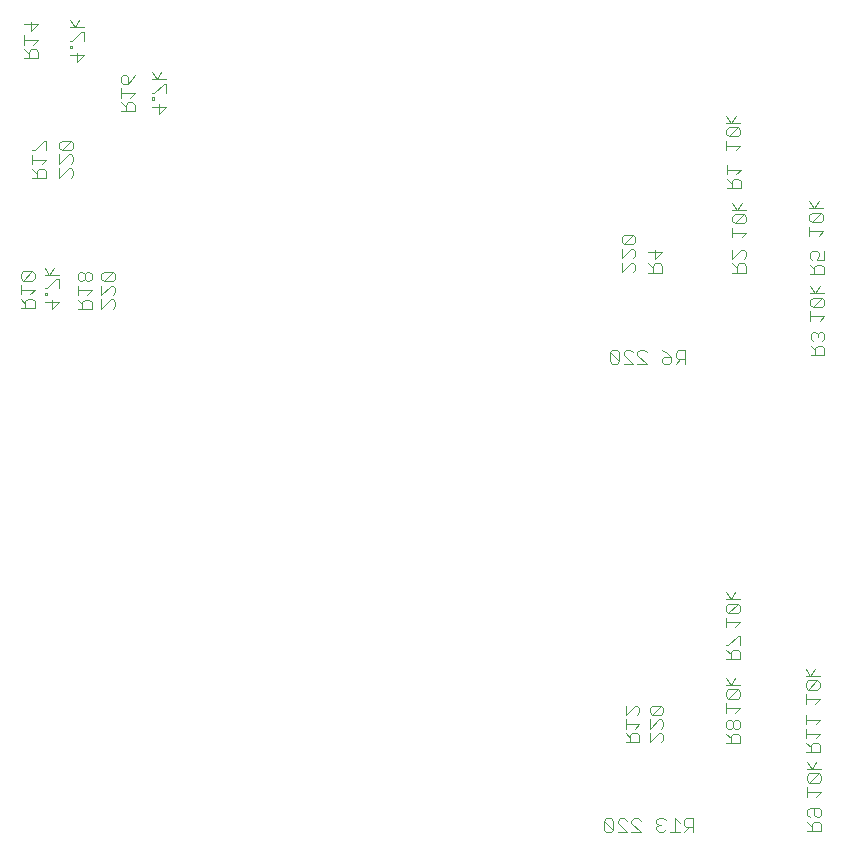
<source format=gbo>
G75*
%MOIN*%
%OFA0B0*%
%FSLAX25Y25*%
%IPPOS*%
%LPD*%
%AMOC8*
5,1,8,0,0,1.08239X$1,22.5*
%
%ADD10C,0.00400*%
D10*
X0256523Y0079267D02*
X0257290Y0078500D01*
X0258825Y0078500D01*
X0259592Y0079267D01*
X0256523Y0082337D01*
X0256523Y0079267D01*
X0259592Y0079267D02*
X0259592Y0082337D01*
X0258825Y0083104D01*
X0257290Y0083104D01*
X0256523Y0082337D01*
X0261127Y0082337D02*
X0261894Y0083104D01*
X0263429Y0083104D01*
X0264196Y0082337D01*
X0265731Y0082337D02*
X0266498Y0083104D01*
X0268033Y0083104D01*
X0268800Y0082337D01*
X0265731Y0082337D02*
X0265731Y0081569D01*
X0268800Y0078500D01*
X0265731Y0078500D01*
X0264196Y0078500D02*
X0261127Y0081569D01*
X0261127Y0082337D01*
X0261127Y0078500D02*
X0264196Y0078500D01*
X0274123Y0079367D02*
X0274890Y0078600D01*
X0276425Y0078600D01*
X0277192Y0079367D01*
X0278727Y0078600D02*
X0281796Y0078600D01*
X0280261Y0078600D02*
X0280261Y0083204D01*
X0281796Y0081669D01*
X0283331Y0080902D02*
X0284098Y0080135D01*
X0286400Y0080135D01*
X0284865Y0080135D02*
X0283331Y0078600D01*
X0283331Y0080902D02*
X0283331Y0082437D01*
X0284098Y0083204D01*
X0286400Y0083204D01*
X0286400Y0078600D01*
X0277192Y0082437D02*
X0276425Y0083204D01*
X0274890Y0083204D01*
X0274123Y0082437D01*
X0274123Y0081669D01*
X0274890Y0080902D01*
X0274123Y0080135D01*
X0274123Y0079367D01*
X0274890Y0080902D02*
X0275658Y0080902D01*
X0275637Y0108400D02*
X0276404Y0109167D01*
X0276404Y0110702D01*
X0275637Y0111469D01*
X0274869Y0111469D01*
X0271800Y0108400D01*
X0271800Y0111469D01*
X0271800Y0113004D02*
X0274869Y0116073D01*
X0275637Y0116073D01*
X0276404Y0115306D01*
X0276404Y0113771D01*
X0275637Y0113004D01*
X0271800Y0113004D02*
X0271800Y0116073D01*
X0272567Y0117608D02*
X0275637Y0120677D01*
X0272567Y0120677D01*
X0271800Y0119910D01*
X0271800Y0118375D01*
X0272567Y0117608D01*
X0275637Y0117608D01*
X0276404Y0118375D01*
X0276404Y0119910D01*
X0275637Y0120677D01*
X0268404Y0119910D02*
X0268404Y0118375D01*
X0267637Y0117608D01*
X0268404Y0119910D02*
X0267637Y0120677D01*
X0266869Y0120677D01*
X0263800Y0117608D01*
X0263800Y0120677D01*
X0263800Y0116073D02*
X0263800Y0113004D01*
X0263800Y0114539D02*
X0268404Y0114539D01*
X0266869Y0113004D01*
X0266102Y0111469D02*
X0265335Y0110702D01*
X0265335Y0108400D01*
X0265335Y0109935D02*
X0263800Y0111469D01*
X0266102Y0111469D02*
X0267637Y0111469D01*
X0268404Y0110702D01*
X0268404Y0108400D01*
X0263800Y0108400D01*
X0297300Y0108192D02*
X0301904Y0108192D01*
X0301904Y0110494D01*
X0301137Y0111261D01*
X0299602Y0111261D01*
X0298835Y0110494D01*
X0298835Y0108192D01*
X0298835Y0109727D02*
X0297300Y0111261D01*
X0298067Y0112796D02*
X0298835Y0112796D01*
X0299602Y0113563D01*
X0299602Y0115098D01*
X0298835Y0115865D01*
X0298067Y0115865D01*
X0297300Y0115098D01*
X0297300Y0113563D01*
X0298067Y0112796D01*
X0299602Y0113563D02*
X0300369Y0112796D01*
X0301137Y0112796D01*
X0301904Y0113563D01*
X0301904Y0115098D01*
X0301137Y0115865D01*
X0300369Y0115865D01*
X0299602Y0115098D01*
X0300369Y0118356D02*
X0301904Y0119890D01*
X0297300Y0119890D01*
X0297300Y0118356D02*
X0297300Y0121425D01*
X0298067Y0122959D02*
X0301137Y0126029D01*
X0298067Y0126029D01*
X0297300Y0125261D01*
X0297300Y0123727D01*
X0298067Y0122959D01*
X0301137Y0122959D01*
X0301904Y0123727D01*
X0301904Y0125261D01*
X0301137Y0126029D01*
X0301904Y0127563D02*
X0297300Y0127563D01*
X0298835Y0127563D02*
X0300369Y0129865D01*
X0298835Y0127563D02*
X0297300Y0129865D01*
X0297300Y0136192D02*
X0301904Y0136192D01*
X0301904Y0138494D01*
X0301137Y0139261D01*
X0299602Y0139261D01*
X0298835Y0138494D01*
X0298835Y0136192D01*
X0298835Y0137727D02*
X0297300Y0139261D01*
X0297300Y0140796D02*
X0298067Y0140796D01*
X0301137Y0143865D01*
X0301904Y0143865D01*
X0301904Y0140796D01*
X0300369Y0146856D02*
X0301904Y0148390D01*
X0297300Y0148390D01*
X0297300Y0146856D02*
X0297300Y0149925D01*
X0298067Y0151459D02*
X0301137Y0154529D01*
X0298067Y0154529D01*
X0297300Y0153761D01*
X0297300Y0152227D01*
X0298067Y0151459D01*
X0301137Y0151459D01*
X0301904Y0152227D01*
X0301904Y0153761D01*
X0301137Y0154529D01*
X0301904Y0156063D02*
X0297300Y0156063D01*
X0298835Y0156063D02*
X0300369Y0158365D01*
X0298835Y0156063D02*
X0297300Y0158365D01*
X0323900Y0132865D02*
X0325435Y0130563D01*
X0326969Y0132865D01*
X0328504Y0130563D02*
X0323900Y0130563D01*
X0324667Y0129029D02*
X0323900Y0128261D01*
X0323900Y0126727D01*
X0324667Y0125959D01*
X0327737Y0129029D01*
X0324667Y0129029D01*
X0324667Y0125959D02*
X0327737Y0125959D01*
X0328504Y0126727D01*
X0328504Y0128261D01*
X0327737Y0129029D01*
X0323900Y0124425D02*
X0323900Y0121356D01*
X0323900Y0122890D02*
X0328504Y0122890D01*
X0326969Y0121356D01*
X0324100Y0117465D02*
X0324100Y0114396D01*
X0324100Y0112861D02*
X0324100Y0109792D01*
X0324100Y0108257D02*
X0325635Y0106723D01*
X0325635Y0107490D02*
X0325635Y0105188D01*
X0324100Y0105188D02*
X0328704Y0105188D01*
X0328704Y0107490D01*
X0327937Y0108257D01*
X0326402Y0108257D01*
X0325635Y0107490D01*
X0327169Y0109792D02*
X0328704Y0111327D01*
X0324100Y0111327D01*
X0327169Y0114396D02*
X0328704Y0115931D01*
X0324100Y0115931D01*
X0324300Y0101865D02*
X0325835Y0099563D01*
X0327369Y0101865D01*
X0328904Y0099563D02*
X0324300Y0099563D01*
X0325067Y0098029D02*
X0324300Y0097261D01*
X0324300Y0095727D01*
X0325067Y0094959D01*
X0328137Y0098029D01*
X0325067Y0098029D01*
X0325067Y0094959D02*
X0328137Y0094959D01*
X0328904Y0095727D01*
X0328904Y0097261D01*
X0328137Y0098029D01*
X0324300Y0093425D02*
X0324300Y0090356D01*
X0324300Y0091890D02*
X0328904Y0091890D01*
X0327369Y0090356D01*
X0326702Y0086465D02*
X0326702Y0084163D01*
X0327469Y0083396D01*
X0328237Y0083396D01*
X0329004Y0084163D01*
X0329004Y0085698D01*
X0328237Y0086465D01*
X0325167Y0086465D01*
X0324400Y0085698D01*
X0324400Y0084163D01*
X0325167Y0083396D01*
X0324400Y0081861D02*
X0325935Y0080327D01*
X0325935Y0081094D02*
X0325935Y0078792D01*
X0324400Y0078792D02*
X0329004Y0078792D01*
X0329004Y0081094D01*
X0328237Y0081861D01*
X0326702Y0081861D01*
X0325935Y0081094D01*
X0283600Y0234500D02*
X0283600Y0239104D01*
X0281298Y0239104D01*
X0280531Y0238337D01*
X0280531Y0236802D01*
X0281298Y0236035D01*
X0283600Y0236035D01*
X0282065Y0236035D02*
X0280531Y0234500D01*
X0278996Y0235267D02*
X0278229Y0234500D01*
X0276694Y0234500D01*
X0275927Y0235267D01*
X0275927Y0236035D01*
X0276694Y0236802D01*
X0278996Y0236802D01*
X0278996Y0235267D01*
X0278996Y0236802D02*
X0277461Y0238337D01*
X0275927Y0239104D01*
X0270800Y0238437D02*
X0270033Y0239204D01*
X0268498Y0239204D01*
X0267731Y0238437D01*
X0267731Y0237669D01*
X0270800Y0234600D01*
X0267731Y0234600D01*
X0266196Y0234600D02*
X0263127Y0237669D01*
X0263127Y0238437D01*
X0263894Y0239204D01*
X0265429Y0239204D01*
X0266196Y0238437D01*
X0266196Y0234600D02*
X0263127Y0234600D01*
X0261592Y0235367D02*
X0258523Y0238437D01*
X0258523Y0235367D01*
X0259290Y0234600D01*
X0260825Y0234600D01*
X0261592Y0235367D01*
X0261592Y0238437D01*
X0260825Y0239204D01*
X0259290Y0239204D01*
X0258523Y0238437D01*
X0262500Y0265200D02*
X0265569Y0268269D01*
X0266337Y0268269D01*
X0267104Y0267502D01*
X0267104Y0265967D01*
X0266337Y0265200D01*
X0262500Y0265200D02*
X0262500Y0268269D01*
X0262500Y0269804D02*
X0265569Y0272873D01*
X0266337Y0272873D01*
X0267104Y0272106D01*
X0267104Y0270571D01*
X0266337Y0269804D01*
X0262500Y0269804D02*
X0262500Y0272873D01*
X0263267Y0274408D02*
X0266337Y0277477D01*
X0263267Y0277477D01*
X0262500Y0276710D01*
X0262500Y0275175D01*
X0263267Y0274408D01*
X0266337Y0274408D01*
X0267104Y0275175D01*
X0267104Y0276710D01*
X0266337Y0277477D01*
X0271400Y0271906D02*
X0276004Y0271906D01*
X0273702Y0269604D01*
X0273702Y0272673D01*
X0273702Y0268069D02*
X0272935Y0267302D01*
X0272935Y0265000D01*
X0272935Y0266535D02*
X0271400Y0268069D01*
X0273702Y0268069D02*
X0275237Y0268069D01*
X0276004Y0267302D01*
X0276004Y0265000D01*
X0271400Y0265000D01*
X0299300Y0264992D02*
X0303904Y0264992D01*
X0303904Y0267294D01*
X0303137Y0268061D01*
X0301602Y0268061D01*
X0300835Y0267294D01*
X0300835Y0264992D01*
X0300835Y0266527D02*
X0299300Y0268061D01*
X0299300Y0269596D02*
X0302369Y0272665D01*
X0303137Y0272665D01*
X0303904Y0271898D01*
X0303904Y0270363D01*
X0303137Y0269596D01*
X0299300Y0269596D02*
X0299300Y0272665D01*
X0299400Y0276756D02*
X0299400Y0279825D01*
X0299400Y0278290D02*
X0304004Y0278290D01*
X0302469Y0276756D01*
X0303237Y0281359D02*
X0300167Y0281359D01*
X0303237Y0284429D01*
X0300167Y0284429D01*
X0299400Y0283661D01*
X0299400Y0282127D01*
X0300167Y0281359D01*
X0303237Y0281359D02*
X0304004Y0282127D01*
X0304004Y0283661D01*
X0303237Y0284429D01*
X0304004Y0285963D02*
X0299400Y0285963D01*
X0300935Y0285963D02*
X0299400Y0288265D01*
X0300935Y0285963D02*
X0302469Y0288265D01*
X0302204Y0293092D02*
X0297600Y0293092D01*
X0299135Y0293092D02*
X0299135Y0295394D01*
X0299902Y0296161D01*
X0301437Y0296161D01*
X0302204Y0295394D01*
X0302204Y0293092D01*
X0299135Y0294627D02*
X0297600Y0296161D01*
X0297600Y0297696D02*
X0297600Y0300765D01*
X0297600Y0299231D02*
X0302204Y0299231D01*
X0300669Y0297696D01*
X0300469Y0305756D02*
X0302004Y0307290D01*
X0297400Y0307290D01*
X0297400Y0305756D02*
X0297400Y0308825D01*
X0298167Y0310359D02*
X0301237Y0313429D01*
X0298167Y0313429D01*
X0297400Y0312661D01*
X0297400Y0311127D01*
X0298167Y0310359D01*
X0301237Y0310359D01*
X0302004Y0311127D01*
X0302004Y0312661D01*
X0301237Y0313429D01*
X0302004Y0314963D02*
X0297400Y0314963D01*
X0298935Y0314963D02*
X0300469Y0317265D01*
X0298935Y0314963D02*
X0297400Y0317265D01*
X0325100Y0288765D02*
X0326635Y0286463D01*
X0328169Y0288765D01*
X0329704Y0286463D02*
X0325100Y0286463D01*
X0325867Y0284929D02*
X0325100Y0284161D01*
X0325100Y0282627D01*
X0325867Y0281859D01*
X0328937Y0284929D01*
X0325867Y0284929D01*
X0325867Y0281859D02*
X0328937Y0281859D01*
X0329704Y0282627D01*
X0329704Y0284161D01*
X0328937Y0284929D01*
X0325100Y0280325D02*
X0325100Y0277256D01*
X0325100Y0278790D02*
X0329704Y0278790D01*
X0328169Y0277256D01*
X0327502Y0272265D02*
X0325967Y0272265D01*
X0325200Y0271498D01*
X0325200Y0269963D01*
X0325967Y0269196D01*
X0327502Y0269196D02*
X0328269Y0270731D01*
X0328269Y0271498D01*
X0327502Y0272265D01*
X0329804Y0272265D02*
X0329804Y0269196D01*
X0327502Y0269196D01*
X0327502Y0267661D02*
X0326735Y0266894D01*
X0326735Y0264592D01*
X0326735Y0266127D02*
X0325200Y0267661D01*
X0327502Y0267661D02*
X0329037Y0267661D01*
X0329804Y0266894D01*
X0329804Y0264592D01*
X0325200Y0264592D01*
X0325400Y0260465D02*
X0326935Y0258163D01*
X0328469Y0260465D01*
X0330004Y0258163D02*
X0325400Y0258163D01*
X0326167Y0256629D02*
X0325400Y0255861D01*
X0325400Y0254327D01*
X0326167Y0253559D01*
X0329237Y0256629D01*
X0326167Y0256629D01*
X0326167Y0253559D02*
X0329237Y0253559D01*
X0330004Y0254327D01*
X0330004Y0255861D01*
X0329237Y0256629D01*
X0325400Y0252025D02*
X0325400Y0248956D01*
X0325400Y0250490D02*
X0330004Y0250490D01*
X0328469Y0248956D01*
X0328569Y0245165D02*
X0327802Y0244398D01*
X0327035Y0245165D01*
X0326267Y0245165D01*
X0325500Y0244398D01*
X0325500Y0242863D01*
X0326267Y0242096D01*
X0325500Y0240561D02*
X0327035Y0239027D01*
X0327035Y0239794D02*
X0327035Y0237492D01*
X0325500Y0237492D02*
X0330104Y0237492D01*
X0330104Y0239794D01*
X0329337Y0240561D01*
X0327802Y0240561D01*
X0327035Y0239794D01*
X0329337Y0242096D02*
X0330104Y0242863D01*
X0330104Y0244398D01*
X0329337Y0245165D01*
X0328569Y0245165D01*
X0327802Y0244398D02*
X0327802Y0243631D01*
X0110604Y0320302D02*
X0108302Y0318000D01*
X0108302Y0321069D01*
X0106767Y0322604D02*
X0106767Y0323371D01*
X0106000Y0323371D01*
X0106000Y0322604D01*
X0106767Y0322604D01*
X0106767Y0324906D02*
X0106000Y0324906D01*
X0106767Y0324906D02*
X0109837Y0327975D01*
X0110604Y0327975D01*
X0110604Y0324906D01*
X0110604Y0329510D02*
X0106000Y0329510D01*
X0107535Y0329510D02*
X0109069Y0331812D01*
X0107535Y0329510D02*
X0106000Y0331812D01*
X0100204Y0330977D02*
X0099437Y0329442D01*
X0097902Y0327908D01*
X0097902Y0330210D01*
X0097135Y0330977D01*
X0096367Y0330977D01*
X0095600Y0330210D01*
X0095600Y0328675D01*
X0096367Y0327908D01*
X0097902Y0327908D01*
X0095600Y0326373D02*
X0095600Y0323304D01*
X0095600Y0324839D02*
X0100204Y0324839D01*
X0098669Y0323304D01*
X0097902Y0321769D02*
X0097135Y0321002D01*
X0097135Y0318700D01*
X0097135Y0320235D02*
X0095600Y0321769D01*
X0097902Y0321769D02*
X0099437Y0321769D01*
X0100204Y0321002D01*
X0100204Y0318700D01*
X0095600Y0318700D01*
X0106000Y0320302D02*
X0110604Y0320302D01*
X0083204Y0337556D02*
X0080902Y0335254D01*
X0080902Y0338323D01*
X0079367Y0339857D02*
X0079367Y0340625D01*
X0078600Y0340625D01*
X0078600Y0339857D01*
X0079367Y0339857D01*
X0079367Y0342159D02*
X0078600Y0342159D01*
X0079367Y0342159D02*
X0082437Y0345229D01*
X0083204Y0345229D01*
X0083204Y0342159D01*
X0083204Y0337556D02*
X0078600Y0337556D01*
X0067904Y0338690D02*
X0067137Y0339457D01*
X0065602Y0339457D01*
X0064835Y0338690D01*
X0064835Y0336388D01*
X0064835Y0337923D02*
X0063300Y0339457D01*
X0063300Y0340992D02*
X0063300Y0344061D01*
X0063300Y0342527D02*
X0067904Y0342527D01*
X0066369Y0340992D01*
X0067904Y0338690D02*
X0067904Y0336388D01*
X0063300Y0336388D01*
X0065602Y0345596D02*
X0065602Y0348665D01*
X0063300Y0347898D02*
X0067904Y0347898D01*
X0065602Y0345596D01*
X0078600Y0346763D02*
X0083204Y0346763D01*
X0081669Y0349065D02*
X0080135Y0346763D01*
X0078600Y0349065D01*
X0078937Y0308965D02*
X0075867Y0308965D01*
X0075100Y0308198D01*
X0075100Y0306663D01*
X0075867Y0305896D01*
X0078937Y0308965D01*
X0079704Y0308198D01*
X0079704Y0306663D01*
X0078937Y0305896D01*
X0075867Y0305896D01*
X0075100Y0304361D02*
X0075100Y0301292D01*
X0078169Y0304361D01*
X0078937Y0304361D01*
X0079704Y0303594D01*
X0079704Y0302059D01*
X0078937Y0301292D01*
X0078937Y0299757D02*
X0079704Y0298990D01*
X0079704Y0297456D01*
X0078937Y0296688D01*
X0078937Y0299757D02*
X0078169Y0299757D01*
X0075100Y0296688D01*
X0075100Y0299757D01*
X0070704Y0298790D02*
X0070704Y0296488D01*
X0066100Y0296488D01*
X0067635Y0296488D02*
X0067635Y0298790D01*
X0068402Y0299557D01*
X0069937Y0299557D01*
X0070704Y0298790D01*
X0069169Y0301092D02*
X0070704Y0302627D01*
X0066100Y0302627D01*
X0066100Y0304161D02*
X0066100Y0301092D01*
X0066100Y0299557D02*
X0067635Y0298023D01*
X0066867Y0305696D02*
X0066100Y0305696D01*
X0066867Y0305696D02*
X0069937Y0308765D01*
X0070704Y0308765D01*
X0070704Y0305696D01*
X0070200Y0266612D02*
X0071735Y0264310D01*
X0073269Y0266612D01*
X0074804Y0264310D02*
X0070200Y0264310D01*
X0066804Y0264610D02*
X0066037Y0265377D01*
X0062967Y0262308D01*
X0062200Y0263075D01*
X0062200Y0264610D01*
X0062967Y0265377D01*
X0066037Y0265377D01*
X0066804Y0264610D02*
X0066804Y0263075D01*
X0066037Y0262308D01*
X0062967Y0262308D01*
X0062200Y0260773D02*
X0062200Y0257704D01*
X0062200Y0259239D02*
X0066804Y0259239D01*
X0065269Y0257704D01*
X0064502Y0256169D02*
X0063735Y0255402D01*
X0063735Y0253100D01*
X0063735Y0254635D02*
X0062200Y0256169D01*
X0064502Y0256169D02*
X0066037Y0256169D01*
X0066804Y0255402D01*
X0066804Y0253100D01*
X0062200Y0253100D01*
X0070200Y0255102D02*
X0074804Y0255102D01*
X0072502Y0252800D01*
X0072502Y0255869D01*
X0070967Y0257404D02*
X0070967Y0258171D01*
X0070200Y0258171D01*
X0070200Y0257404D01*
X0070967Y0257404D01*
X0070967Y0259706D02*
X0070200Y0259706D01*
X0070967Y0259706D02*
X0074037Y0262775D01*
X0074804Y0262775D01*
X0074804Y0259706D01*
X0081200Y0259039D02*
X0085804Y0259039D01*
X0084269Y0257504D01*
X0083502Y0255969D02*
X0082735Y0255202D01*
X0082735Y0252900D01*
X0082735Y0254435D02*
X0081200Y0255969D01*
X0081200Y0257504D02*
X0081200Y0260573D01*
X0081967Y0262108D02*
X0082735Y0262108D01*
X0083502Y0262875D01*
X0083502Y0264410D01*
X0082735Y0265177D01*
X0081967Y0265177D01*
X0081200Y0264410D01*
X0081200Y0262875D01*
X0081967Y0262108D01*
X0083502Y0262875D02*
X0084269Y0262108D01*
X0085037Y0262108D01*
X0085804Y0262875D01*
X0085804Y0264410D01*
X0085037Y0265177D01*
X0084269Y0265177D01*
X0083502Y0264410D01*
X0089100Y0264510D02*
X0089100Y0262975D01*
X0089867Y0262208D01*
X0092937Y0265277D01*
X0089867Y0265277D01*
X0089100Y0264510D01*
X0089867Y0262208D02*
X0092937Y0262208D01*
X0093704Y0262975D01*
X0093704Y0264510D01*
X0092937Y0265277D01*
X0092937Y0260673D02*
X0093704Y0259906D01*
X0093704Y0258371D01*
X0092937Y0257604D01*
X0092937Y0256069D02*
X0093704Y0255302D01*
X0093704Y0253767D01*
X0092937Y0253000D01*
X0092937Y0256069D02*
X0092169Y0256069D01*
X0089100Y0253000D01*
X0089100Y0256069D01*
X0089100Y0257604D02*
X0092169Y0260673D01*
X0092937Y0260673D01*
X0089100Y0260673D02*
X0089100Y0257604D01*
X0085804Y0255202D02*
X0085037Y0255969D01*
X0083502Y0255969D01*
X0085804Y0255202D02*
X0085804Y0252900D01*
X0081200Y0252900D01*
M02*

</source>
